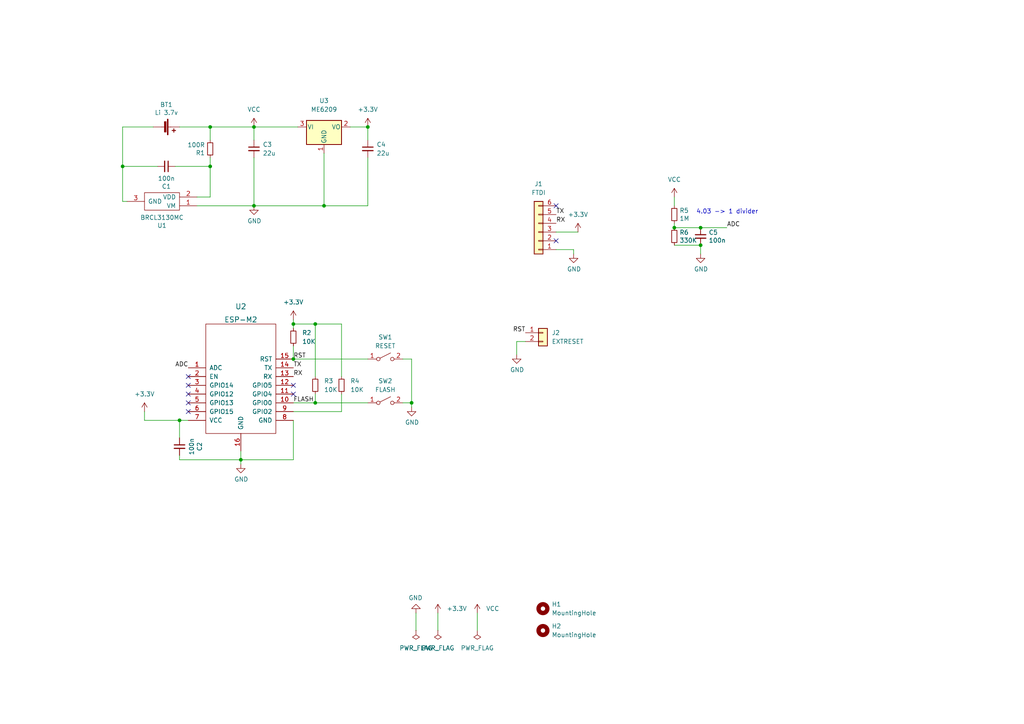
<source format=kicad_sch>
(kicad_sch (version 20211123) (generator eeschema)
  (paper "A4")
  (lib_symbols
    (symbol "Blue Rocket:BRCL3130MC" (pin_names (offset 1.016))
      (property "Reference" "U" (at 0 3.81 0))
      (property "Value" "BRCL3130MC" (at 0 -3.81 0))
      (symbol "BRCL3130MC_0_1"
        (rectangle (start -5.08 2.54) (end 5.08 -2.54))
      )
      (symbol "BRCL3130MC_1_1"
        (pin power_out line (at -10.16 1.27 0) (length 5.08) (name "VM") (number "1"))
        (pin power_in line (at -10.16 -1.27 0) (length 5.08) (name "VDD") (number "2"))
        (pin power_in line (at 10.16 0 180) (length 5.08) (name "GND") (number "3"))
      )
    )
    (symbol "Connector_Generic:Conn_01x02" (pin_names (offset 1.016) hide)
      (property "Reference" "J" (at 0 2.54 0))
      (property "Value" "Conn_01x02" (at 0 -5.08 0))
      (symbol "Conn_01x02_1_1"
        (rectangle (start -1.27 -2.413) (end 0 -2.667) (stroke (width 0.1524)))
        (rectangle (start -1.27 0.127) (end 0 -0.127) (stroke (width 0.1524)))
        (rectangle (start -1.27 1.27) (end 1.27 -3.81) (stroke (width 0.254)) (fill (type background)))
        (pin passive line (at -5.08 0 0) (length 3.81) (name "Pin_1") (number "1"))
        (pin passive line (at -5.08 -2.54 0) (length 3.81) (name "Pin_2") (number "2"))
      )
    )
    (symbol "Connector_Generic:Conn_01x06" (pin_names (offset 1.016) hide)
      (property "Reference" "J" (at 0 7.62 0))
      (property "Value" "Conn_01x06" (at 0 -10.16 0))
      (symbol "Conn_01x06_1_1"
        (rectangle (start -1.27 -7.493) (end 0 -7.747) (stroke (width 0.1524)))
        (rectangle (start -1.27 -4.953) (end 0 -5.207) (stroke (width 0.1524)))
        (rectangle (start -1.27 -2.413) (end 0 -2.667) (stroke (width 0.1524)))
        (rectangle (start -1.27 0.127) (end 0 -0.127) (stroke (width 0.1524)))
        (rectangle (start -1.27 2.667) (end 0 2.413) (stroke (width 0.1524)))
        (rectangle (start -1.27 5.207) (end 0 4.953) (stroke (width 0.1524)))
        (rectangle (start -1.27 6.35) (end 1.27 -8.89) (stroke (width 0.254)) (fill (type background)))
        (pin passive line (at -5.08 5.08 0) (length 3.81) (name "Pin_1") (number "1"))
        (pin passive line (at -5.08 2.54 0) (length 3.81) (name "Pin_2") (number "2"))
        (pin passive line (at -5.08 0 0) (length 3.81) (name "Pin_3") (number "3"))
        (pin passive line (at -5.08 -2.54 0) (length 3.81) (name "Pin_4") (number "4"))
        (pin passive line (at -5.08 -5.08 0) (length 3.81) (name "Pin_5") (number "5"))
        (pin passive line (at -5.08 -7.62 0) (length 3.81) (name "Pin_6") (number "6"))
      )
    )
    (symbol "Device:Battery_Cell" (pin_numbers hide) (pin_names (offset 0) hide)
      (property "Reference" "BT" (at 2.54 2.54 0))
      (property "Value" "Battery_Cell" (at 2.54 0 0))
      (symbol "Battery_Cell_0_1"
        (rectangle (start -2.286 1.778) (end 2.286 1.524) (fill (type outline)))
        (rectangle (start -1.5748 1.1938) (end 1.4732 0.6858) (fill (type outline)))
        (polyline (pts (xy 0 0.762) (xy 0 0)))
        (polyline (pts (xy 0 1.778) (xy 0 2.54)))
        (polyline (pts (xy 0.508 3.429) (xy 1.524 3.429)) (stroke (width 0.254)))
        (polyline (pts (xy 1.016 3.937) (xy 1.016 2.921)) (stroke (width 0.254)))
      )
      (symbol "Battery_Cell_1_1"
        (pin passive line (at 0 5.08 270) (length 2.54) (name "+") (number "1"))
        (pin passive line (at 0 -2.54 90) (length 2.54) (name "-") (number "2"))
      )
    )
    (symbol "Device:C_Small" (pin_numbers hide) (pin_names (offset 0.254) hide)
      (property "Reference" "C" (at 0.254 1.778 0))
      (property "Value" "C_Small" (at 0.254 -2.032 0))
      (symbol "C_Small_0_1"
        (polyline (pts (xy -1.524 -0.508) (xy 1.524 -0.508)) (stroke (width 0.3302)))
        (polyline (pts (xy -1.524 0.508) (xy 1.524 0.508)) (stroke (width 0.3048)))
      )
      (symbol "C_Small_1_1"
        (pin passive line (at 0 2.54 270) (length 2.032) (name "~") (number "1"))
        (pin passive line (at 0 -2.54 90) (length 2.032) (name "~") (number "2"))
      )
    )
    (symbol "Device:R_Small" (pin_numbers hide) (pin_names (offset 0.254) hide)
      (property "Reference" "R" (at 0.762 0.508 0))
      (property "Value" "R_Small" (at 0.762 -1.016 0))
      (symbol "R_Small_0_1"
        (rectangle (start -0.762 1.778) (end 0.762 -1.778) (stroke (width 0.2032)))
      )
      (symbol "R_Small_1_1"
        (pin passive line (at 0 2.54 270) (length 0.762) (name "~") (number "1"))
        (pin passive line (at 0 -2.54 90) (length 0.762) (name "~") (number "2"))
      )
    )
    (symbol "ESP8285:ESP-M2" (pin_names (offset 1.016))
      (property "Reference" "U" (at 0 17.78 0))
      (property "Value" "ESP-M2" (at 0 12.7 0))
      (symbol "ESP-M2_0_1"
        (rectangle (start 10.16 20.32) (end -10.16 -11.43))
      )
      (symbol "ESP-M2_1_1"
        (pin input line (at -15.24 7.62 0) (length 5.08) (name "ADC") (number "1"))
        (pin input line (at 15.24 -2.54 180) (length 5.08) (name "GPIO0") (number "10"))
        (pin input line (at 15.24 0 180) (length 5.08) (name "GPIO4") (number "11"))
        (pin input line (at 15.24 2.54 180) (length 5.08) (name "GPIO5") (number "12"))
        (pin input line (at 15.24 5.08 180) (length 5.08) (name "RX") (number "13"))
        (pin input line (at 15.24 7.62 180) (length 5.08) (name "TX") (number "14"))
        (pin input line (at 15.24 10.16 180) (length 5.08) (name "RST") (number "15"))
        (pin input line (at 0 -16.51 90) (length 5.08) (name "GND") (number "16"))
        (pin input line (at -15.24 5.08 0) (length 5.08) (name "EN") (number "2"))
        (pin input line (at -15.24 2.54 0) (length 5.08) (name "GPIO14") (number "3"))
        (pin input line (at -15.24 0 0) (length 5.08) (name "GPIO12") (number "4"))
        (pin input line (at -15.24 -2.54 0) (length 5.08) (name "GPIO13") (number "5"))
        (pin input line (at -15.24 -5.08 0) (length 5.08) (name "GPIO15") (number "6"))
        (pin input line (at -15.24 -7.62 0) (length 5.08) (name "VCC") (number "7"))
        (pin input line (at 15.24 -7.62 180) (length 5.08) (name "GND") (number "8"))
        (pin input line (at 15.24 -5.08 180) (length 5.08) (name "GPIO2") (number "9"))
      )
    )
    (symbol "Mechanical:MountingHole" (pin_names (offset 1.016))
      (property "Reference" "H" (at 0 5.08 0))
      (property "Value" "MountingHole" (at 0 3.175 0))
      (symbol "MountingHole_0_1"
        (circle (center 0 0) (radius 1.27) (stroke (width 1.27)))
      )
    )
    (symbol "Regulator_Linear:MCP1700x-330xxTT" (pin_names (offset 0.254))
      (property "Reference" "U" (at -3.81 3.175 0))
      (property "Value" "MCP1700x-330xxTT" (at 0 3.175 0))
      (symbol "MCP1700x-330xxTT_0_1"
        (rectangle (start -5.08 1.905) (end 5.08 -5.08) (stroke (width 0.254)) (fill (type background)))
      )
      (symbol "MCP1700x-330xxTT_1_1"
        (pin power_in line (at 0 -7.62 90) (length 2.54) (name "GND") (number "1"))
        (pin power_out line (at 7.62 0 180) (length 2.54) (name "VO") (number "2"))
        (pin power_in line (at -7.62 0 0) (length 2.54) (name "VI") (number "3"))
      )
    )
    (symbol "Switch:SW_SPST" (pin_names (offset 0) hide)
      (property "Reference" "SW" (at 0 3.175 0))
      (property "Value" "SW_SPST" (at 0 -2.54 0))
      (symbol "SW_SPST_0_0"
        (circle (center -2.032 0) (radius 0.508))
        (polyline (pts (xy -1.524 0.254) (xy 1.524 1.778)))
        (circle (center 2.032 0) (radius 0.508))
      )
      (symbol "SW_SPST_1_1"
        (pin passive line (at -5.08 0 0) (length 2.54) (name "A") (number "1"))
        (pin passive line (at 5.08 0 180) (length 2.54) (name "B") (number "2"))
      )
    )
    (symbol "power:+3.3V" (power) (pin_names (offset 0))
      (property "Value" "+3.3V" (at 0 3.556 0))
      (symbol "+3.3V_0_1"
        (polyline (pts (xy -0.762 1.27) (xy 0 2.54)))
        (polyline (pts (xy 0 0) (xy 0 2.54)))
        (polyline (pts (xy 0 2.54) (xy 0.762 1.27)))
      )
      (symbol "+3.3V_1_1"
        (pin power_in line (at 0 0 90) (length 0) hide (name "+3.3V") (number "1"))
      )
    )
    (symbol "power:GND" (power) (pin_names (offset 0))
      (property "Value" "GND" (at 0 -3.81 0))
      (symbol "GND_0_1"
        (polyline (pts (xy 0 0) (xy 0 -1.27) (xy 1.27 -1.27) (xy 0 -2.54) (xy -1.27 -1.27) (xy 0 -1.27)))
      )
      (symbol "GND_1_1"
        (pin power_in line (at 0 0 270) (length 0) hide (name "GND") (number "1"))
      )
    )
    (symbol "power:PWR_FLAG" (power) (pin_numbers hide) (pin_names (offset 0) hide)
      (property "Value" "PWR_FLAG" (at 0 3.81 0))
      (symbol "PWR_FLAG_0_0"
        (pin power_out line (at 0 0 90) (length 0) (name "pwr") (number "1"))
      )
      (symbol "PWR_FLAG_0_1"
        (polyline (pts (xy 0 0) (xy 0 1.27) (xy -1.016 1.905) (xy 0 2.54) (xy 1.016 1.905) (xy 0 1.27)))
      )
    )
    (symbol "power:VCC" (power) (pin_names (offset 0))
      (property "Value" "VCC" (at 0 3.81 0))
      (symbol "VCC_0_1"
        (polyline (pts (xy -0.762 1.27) (xy 0 2.54)))
        (polyline (pts (xy 0 0) (xy 0 2.54)))
        (polyline (pts (xy 0 2.54) (xy 0.762 1.27)))
      )
      (symbol "VCC_1_1"
        (pin power_in line (at 0 0 90) (length 0) hide (name "VCC") (number "1"))
      )
    )
  )
  (junction (at 52.07 121.92))
  (junction (at 85.09 104.14))
  (junction (at 106.68 36.83))
  (junction (at 195.58 66.04))
  (junction (at 119.38 116.84))
  (junction (at 60.96 36.83))
  (junction (at 69.85 133.35))
  (junction (at 85.09 93.98))
  (junction (at 91.44 116.84))
  (junction (at 60.96 48.26))
  (junction (at 91.44 93.98))
  (junction (at 73.66 59.69))
  (junction (at 203.2 71.12))
  (junction (at 35.56 48.26))
  (junction (at 73.66 36.83))
  (junction (at 93.98 59.69))
  (junction (at 203.2 66.04))
  (no_connect (at 54.61 119.38))
  (no_connect (at 54.61 109.22))
  (no_connect (at 54.61 111.76))
  (no_connect (at 54.61 116.84))
  (no_connect (at 54.61 114.3))
  (no_connect (at 161.29 69.85))
  (no_connect (at 85.09 111.76))
  (no_connect (at 85.09 114.3))
  (no_connect (at 161.29 59.69))
  (wire (pts (xy 138.43 177.8) (xy 138.43 182.88)))
  (wire (pts (xy 35.56 48.26) (xy 35.56 36.83)))
  (wire (pts (xy 106.68 59.69) (xy 93.98 59.69)))
  (wire (pts (xy 60.96 36.83) (xy 73.66 36.83)))
  (wire (pts (xy 149.86 102.87) (xy 149.86 99.06)))
  (wire (pts (xy 91.44 109.22) (xy 91.44 93.98)))
  (wire (pts (xy 85.09 119.38) (xy 99.06 119.38)))
  (wire (pts (xy 91.44 116.84) (xy 106.68 116.84)))
  (wire (pts (xy 85.09 93.98) (xy 85.09 95.25)))
  (wire (pts (xy 36.83 58.42) (xy 35.56 58.42)))
  (wire (pts (xy 116.84 116.84) (xy 119.38 116.84)))
  (wire (pts (xy 50.8 48.26) (xy 60.96 48.26)))
  (wire (pts (xy 106.68 45.72) (xy 106.68 59.69)))
  (wire (pts (xy 60.96 48.26) (xy 60.96 57.15)))
  (wire (pts (xy 106.68 36.83) (xy 106.68 40.64)))
  (wire (pts (xy 57.15 57.15) (xy 60.96 57.15)))
  (wire (pts (xy 52.07 132.08) (xy 52.07 133.35)))
  (wire (pts (xy 85.09 100.33) (xy 85.09 104.14)))
  (wire (pts (xy 69.85 133.35) (xy 85.09 133.35)))
  (wire (pts (xy 52.07 133.35) (xy 69.85 133.35)))
  (wire (pts (xy 69.85 133.35) (xy 69.85 134.62)))
  (wire (pts (xy 119.38 104.14) (xy 116.84 104.14)))
  (wire (pts (xy 203.2 66.04) (xy 195.58 66.04)))
  (wire (pts (xy 91.44 93.98) (xy 99.06 93.98)))
  (wire (pts (xy 119.38 116.84) (xy 119.38 104.14)))
  (wire (pts (xy 99.06 119.38) (xy 99.06 114.3)))
  (wire (pts (xy 60.96 45.72) (xy 60.96 48.26)))
  (wire (pts (xy 149.86 99.06) (xy 152.4 99.06)))
  (wire (pts (xy 52.07 127) (xy 52.07 121.92)))
  (wire (pts (xy 85.09 116.84) (xy 91.44 116.84)))
  (wire (pts (xy 57.15 59.69) (xy 73.66 59.69)))
  (wire (pts (xy 52.07 121.92) (xy 54.61 121.92)))
  (wire (pts (xy 119.38 118.11) (xy 119.38 116.84)))
  (wire (pts (xy 167.64 67.31) (xy 161.29 67.31)))
  (wire (pts (xy 60.96 36.83) (xy 60.96 40.64)))
  (wire (pts (xy 91.44 116.84) (xy 91.44 114.3)))
  (wire (pts (xy 127 177.8) (xy 127 182.88)))
  (wire (pts (xy 120.65 177.8) (xy 120.65 182.88)))
  (wire (pts (xy 203.2 73.66) (xy 203.2 71.12)))
  (wire (pts (xy 85.09 104.14) (xy 106.68 104.14)))
  (wire (pts (xy 73.66 45.72) (xy 73.66 59.69)))
  (wire (pts (xy 35.56 58.42) (xy 35.56 48.26)))
  (wire (pts (xy 52.07 36.83) (xy 60.96 36.83)))
  (wire (pts (xy 93.98 59.69) (xy 73.66 59.69)))
  (wire (pts (xy 41.91 119.38) (xy 41.91 121.92)))
  (wire (pts (xy 41.91 121.92) (xy 52.07 121.92)))
  (wire (pts (xy 203.2 71.12) (xy 195.58 71.12)))
  (wire (pts (xy 69.85 130.81) (xy 69.85 133.35)))
  (wire (pts (xy 45.72 48.26) (xy 35.56 48.26)))
  (wire (pts (xy 99.06 93.98) (xy 99.06 109.22)))
  (wire (pts (xy 73.66 36.83) (xy 86.36 36.83)))
  (wire (pts (xy 101.6 36.83) (xy 106.68 36.83)))
  (wire (pts (xy 166.37 72.39) (xy 166.37 73.66)))
  (wire (pts (xy 91.44 93.98) (xy 85.09 93.98)))
  (wire (pts (xy 93.98 44.45) (xy 93.98 59.69)))
  (wire (pts (xy 85.09 133.35) (xy 85.09 121.92)))
  (wire (pts (xy 35.56 36.83) (xy 44.45 36.83)))
  (wire (pts (xy 203.2 66.04) (xy 210.82 66.04)))
  (wire (pts (xy 161.29 72.39) (xy 166.37 72.39)))
  (wire (pts (xy 85.09 92.71) (xy 85.09 93.98)))
  (wire (pts (xy 195.58 66.04) (xy 195.58 64.77)))
  (wire (pts (xy 195.58 59.69) (xy 195.58 57.15)))
  (wire (pts (xy 73.66 36.83) (xy 73.66 40.64)))
  (text "4.03 -> 1 divider" (at 201.93 62.23 0) (effects (font (size 1.27 1.27)) (justify left bottom)))
  (label "TX" (at 85.09 106.68 0))
  (label "RST" (at 85.09 104.14 0))
  (label "RST" (at 152.4 96.52 180))
  (label "ADC" (at 54.61 106.68 180))
  (label "RX" (at 85.09 109.22 0))
  (label "TX" (at 161.29 62.23 0))
  (label "RX" (at 161.29 64.77 0))
  (label "FLASH" (at 85.09 116.84 0))
  (label "ADC" (at 210.82 66.04 0))
  (symbol (lib_id "power:+3.3V") (at 85.09 92.71 0) (unit 1)
    (property "Reference" "#PWR05" (effects hide))
    (property "Value" "+3.3V" (at 85.09 87.63 0))
  )
  (symbol (lib_id "Mechanical:MountingHole") (at 157.48 176.53 0) (unit 1)
    (property "Reference" "H1" (at 160.02 175.2599 0) (effects (justify left)))
    (property "Value" "MountingHole" (at 160.02 177.7999 0) (effects (justify left)))
    (property "Footprint" "MountingHole:MountingHole_3.2mm_M3" (effects hide))
  )
  (symbol (lib_id "Device:R_Small") (at 195.58 68.58 0) (unit 1)
    (property "Reference" "R6" (at 197.0786 67.4116 0) (effects (justify left)))
    (property "Value" "330K" (at 197.0786 69.723 0) (effects (justify left)))
    (property "Footprint" "Resistor_SMD:R_0603_1608Metric_Pad0.98x0.95mm_HandSolder" (effects hide))
  )
  (symbol (lib_id "power:GND") (at 203.2 73.66 0) (unit 1)
    (property "Reference" "#PWR015" (effects hide))
    (property "Value" "GND" (at 203.327 78.0542 0))
  )
  (symbol (lib_id "Connector_Generic:Conn_01x02") (at 157.48 96.52 0) (unit 1)
    (property "Reference" "J2" (at 160.02 96.5199 0) (effects (justify left)))
    (property "Value" "EXTRESET" (at 160.02 99.0599 0) (effects (justify left)))
    (property "Footprint" "Connector_JST:JST_XH_B2B-XH-A_1x02_P2.50mm_Vertical" (effects hide))
  )
  (symbol (lib_id "Device:C_Small") (at 73.66 43.18 0) (unit 1)
    (property "Reference" "C3" (at 76.2 41.9162 0) (effects (justify left)))
    (property "Value" "22u" (at 76.2 44.4562 0) (effects (justify left)))
    (property "Footprint" "Capacitor_SMD:C_0805_2012Metric_Pad1.18x1.45mm_HandSolder" (effects hide))
  )
  (symbol (lib_id "Device:R_Small") (at 60.96 43.18 180) (unit 1)
    (property "Reference" "R1" (at 59.4614 44.3484 0) (effects (justify left)))
    (property "Value" "100R" (at 59.4614 42.037 0) (effects (justify left)))
    (property "Footprint" "Resistor_SMD:R_0603_1608Metric_Pad0.98x0.95mm_HandSolder" (effects hide))
  )
  (symbol (lib_id "Regulator_Linear:MCP1700x-330xxTT") (at 93.98 36.83 0) (unit 1)
    (property "Reference" "U3" (at 93.98 29.21 0))
    (property "Value" "ME6209" (at 93.98 31.75 0))
    (property "Footprint" "Package_TO_SOT_SMD:SOT-23_Handsoldering" (effects hide))
    (property "Datasheet" "http://ww1.microchip.com/downloads/en/DeviceDoc/20001826D.pdf" (effects hide))
  )
  (symbol (lib_id "power:+3.3V") (at 127 177.8 0) (unit 1)
    (property "Reference" "#PWR09" (effects hide))
    (property "Value" "+3.3V" (at 129.54 176.5299 0) (effects (justify left)))
  )
  (symbol (lib_id "Device:R_Small") (at 99.06 111.76 0) (unit 1)
    (property "Reference" "R4" (at 101.6 110.4899 0) (effects (justify left)))
    (property "Value" "10K" (at 101.6 113.0299 0) (effects (justify left)))
    (property "Footprint" "Resistor_SMD:R_0603_1608Metric_Pad0.98x0.95mm_HandSolder" (effects hide))
  )
  (symbol (lib_id "power:GND") (at 149.86 102.87 0) (unit 1)
    (property "Reference" "#PWR011" (effects hide))
    (property "Value" "GND" (at 149.987 107.2642 0))
  )
  (symbol (lib_id "power:+3.3V") (at 41.91 119.38 0) (unit 1)
    (property "Reference" "#PWR01" (effects hide))
    (property "Value" "+3.3V" (at 41.91 114.3 0))
  )
  (symbol (lib_id "power:GND") (at 120.65 177.8 180) (unit 1)
    (property "Reference" "#PWR08" (effects hide))
    (property "Value" "GND" (at 120.523 173.4058 0))
  )
  (symbol (lib_id "Mechanical:MountingHole") (at 157.48 182.88 0) (unit 1)
    (property "Reference" "H2" (at 160.02 181.6099 0) (effects (justify left)))
    (property "Value" "MountingHole" (at 160.02 184.1499 0) (effects (justify left)))
    (property "Footprint" "MountingHole:MountingHole_3.2mm_M3" (effects hide))
  )
  (symbol (lib_id "Device:R_Small") (at 85.09 97.79 0) (unit 1)
    (property "Reference" "R2" (at 87.63 96.5199 0) (effects (justify left)))
    (property "Value" "10K" (at 87.63 99.0599 0) (effects (justify left)))
    (property "Footprint" "Resistor_SMD:R_0603_1608Metric_Pad0.98x0.95mm_HandSolder" (effects hide))
  )
  (symbol (lib_id "power:VCC") (at 195.58 57.15 0) (unit 1)
    (property "Reference" "#PWR014" (effects hide))
    (property "Value" "VCC" (at 195.58 52.07 0))
  )
  (symbol (lib_id "Device:Battery_Cell") (at 46.99 36.83 270) (unit 1)
    (property "Reference" "BT1" (at 48.26 30.353 90))
    (property "Value" "Li 3.7v" (at 48.26 32.6644 90))
    (property "Footprint" "CPB:Battery_18650_Unprotected_Clip" (effects hide))
  )
  (symbol (lib_id "Connector_Generic:Conn_01x06") (at 156.21 67.31 180) (unit 1)
    (property "Reference" "J1" (at 156.21 53.34 0))
    (property "Value" "FTDI" (at 156.21 55.88 0))
    (property "Footprint" "CPB:Socket_Strip_Straight_1x06_Oval_Pitch2.54mm" (effects hide))
  )
  (symbol (lib_id "Device:C_Small") (at 52.07 129.54 0) (unit 1)
    (property "Reference" "C2" (at 57.8866 129.54 90))
    (property "Value" "100n" (at 55.5752 129.54 90))
    (property "Footprint" "Capacitor_SMD:C_0603_1608Metric_Pad1.08x0.95mm_HandSolder" (effects hide))
  )
  (symbol (lib_id "Blue Rocket:BRCL3130MC") (at 46.99 58.42 180) (unit 1)
    (property "Reference" "U1" (at 46.99 65.405 0))
    (property "Value" "BRCL3130MC" (at 46.99 63.0936 0))
    (property "Footprint" "Package_TO_SOT_SMD:SOT-23_Handsoldering" (effects hide))
    (property "Datasheet" "https://datasheet.lcsc.com/szlcsc/1912111437_Foshan-Blue-Rocket-Elec-BRCL3130MC_C328561.pdf" (effects hide))
  )
  (symbol (lib_id "power:PWR_FLAG") (at 127 182.88 180) (unit 1)
    (property "Reference" "#FLG02" (effects hide))
    (property "Value" "PWR_FLAG" (at 127 187.96 0))
  )
  (symbol (lib_id "Device:C_Small") (at 203.2 68.58 0) (unit 1)
    (property "Reference" "C5" (at 205.5368 67.4116 0) (effects (justify left)))
    (property "Value" "100n" (at 205.5368 69.723 0) (effects (justify left)))
    (property "Footprint" "Capacitor_SMD:C_0603_1608Metric_Pad1.08x0.95mm_HandSolder" (effects hide))
  )
  (symbol (lib_id "ESP8285:ESP-M2") (at 69.85 114.3 0) (unit 1)
    (property "Reference" "U2" (at 69.85 88.9 0) (effects (font (size 1.524 1.524))))
    (property "Value" "ESP-M2" (at 69.85 92.71 0) (effects (font (size 1.524 1.524))))
    (property "Footprint" "ESP8285:ESP-M2" (effects hide))
  )
  (symbol (lib_id "power:PWR_FLAG") (at 138.43 182.88 180) (unit 1)
    (property "Reference" "#FLG03" (effects hide))
    (property "Value" "PWR_FLAG" (at 138.43 187.96 0))
  )
  (symbol (lib_id "power:GND") (at 166.37 73.66 0) (unit 1)
    (property "Reference" "#PWR012" (effects hide))
    (property "Value" "GND" (at 166.497 78.0542 0))
  )
  (symbol (lib_id "Switch:SW_SPST") (at 111.76 116.84 0) (unit 1)
    (property "Reference" "SW2" (at 111.76 110.49 0))
    (property "Value" "FLASH" (at 111.76 113.03 0))
    (property "Footprint" "CPB:SW_PUSH_4.5mm" (effects hide))
  )
  (symbol (lib_id "Device:R_Small") (at 91.44 111.76 0) (unit 1)
    (property "Reference" "R3" (at 93.98 110.4899 0) (effects (justify left)))
    (property "Value" "10K" (at 93.98 113.0299 0) (effects (justify left)))
    (property "Footprint" "Resistor_SMD:R_0603_1608Metric_Pad0.98x0.95mm_HandSolder" (effects hide))
  )
  (symbol (lib_id "power:GND") (at 73.66 59.69 0) (unit 1)
    (property "Reference" "#PWR04" (effects hide))
    (property "Value" "GND" (at 73.787 64.0842 0))
  )
  (symbol (lib_id "Device:C_Small") (at 48.26 48.26 270) (unit 1)
    (property "Reference" "C1" (at 48.26 54.0766 90))
    (property "Value" "100n" (at 48.26 51.7652 90))
    (property "Footprint" "Capacitor_SMD:C_0603_1608Metric_Pad1.08x0.95mm_HandSolder" (effects hide))
  )
  (symbol (lib_id "power:+3.3V") (at 106.68 36.83 0) (unit 1)
    (property "Reference" "#PWR06" (effects hide))
    (property "Value" "+3.3V" (at 106.68 31.75 0))
  )
  (symbol (lib_id "power:GND") (at 69.85 134.62 0) (unit 1)
    (property "Reference" "#PWR02" (effects hide))
    (property "Value" "GND" (at 69.977 139.0142 0))
  )
  (symbol (lib_id "power:GND") (at 119.38 118.11 0) (unit 1)
    (property "Reference" "#PWR07" (effects hide))
    (property "Value" "GND" (at 119.507 122.5042 0))
  )
  (symbol (lib_id "power:VCC") (at 73.66 36.83 0) (unit 1)
    (property "Reference" "#PWR03" (effects hide))
    (property "Value" "VCC" (at 73.66 31.75 0))
  )
  (symbol (lib_id "Switch:SW_SPST") (at 111.76 104.14 0) (unit 1)
    (property "Reference" "SW1" (at 111.76 97.79 0))
    (property "Value" "RESET" (at 111.76 100.33 0))
    (property "Footprint" "CPB:SW_PUSH_4.5mm" (effects hide))
  )
  (symbol (lib_id "Device:C_Small") (at 106.68 43.18 0) (unit 1)
    (property "Reference" "C4" (at 109.22 41.9162 0) (effects (justify left)))
    (property "Value" "22u" (at 109.22 44.4562 0) (effects (justify left)))
    (property "Footprint" "Capacitor_SMD:C_0805_2012Metric_Pad1.18x1.45mm_HandSolder" (effects hide))
  )
  (symbol (lib_id "power:+3.3V") (at 167.64 67.31 0) (unit 1)
    (property "Reference" "#PWR0101" (effects hide))
    (property "Value" "+3.3V" (at 167.64 62.23 0))
  )
  (symbol (lib_id "power:VCC") (at 138.43 177.8 0) (unit 1)
    (property "Reference" "#PWR010" (effects hide))
    (property "Value" "VCC" (at 140.97 176.5299 0) (effects (justify left)))
  )
  (symbol (lib_id "Device:R_Small") (at 195.58 62.23 0) (unit 1)
    (property "Reference" "R5" (at 197.0786 61.0616 0) (effects (justify left)))
    (property "Value" "1M" (at 197.0786 63.373 0) (effects (justify left)))
    (property "Footprint" "Resistor_SMD:R_0603_1608Metric_Pad0.98x0.95mm_HandSolder" (effects hide))
  )
  (symbol (lib_id "power:PWR_FLAG") (at 120.65 182.88 180) (unit 1)
    (property "Reference" "#FLG01" (effects hide))
    (property "Value" "PWR_FLAG" (at 120.65 187.96 0))
  )
)
</source>
